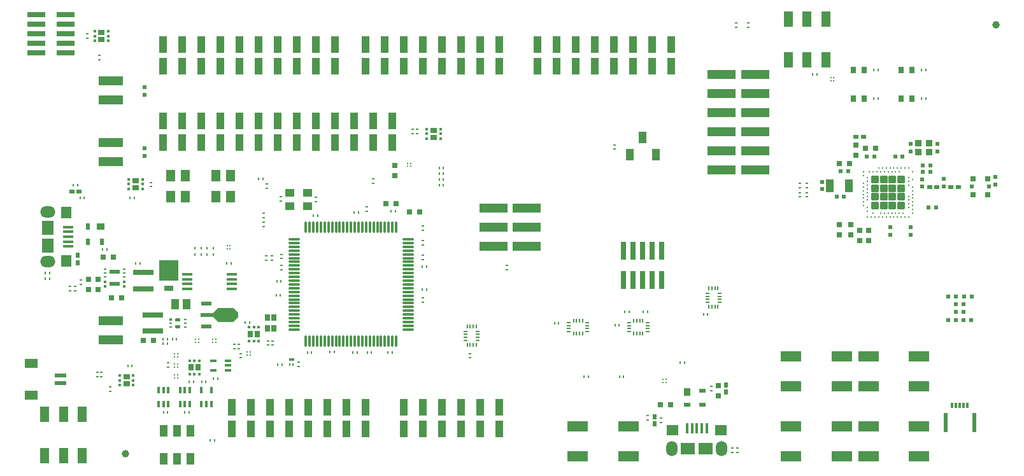
<source format=gtp>
G04*
G04 #@! TF.GenerationSoftware,Altium Limited,Altium Designer,21.0.9 (235)*
G04*
G04 Layer_Color=8421504*
%FSLAX24Y24*%
%MOIN*%
G70*
G04*
G04 #@! TF.SameCoordinates,03FFB426-F04E-41D0-9F73-41BCBE92060F*
G04*
G04*
G04 #@! TF.FilePolarity,Positive*
G04*
G01*
G75*
%ADD33O,0.0787X0.0591*%
G04:AMPARAMS|DCode=34|XSize=37mil|YSize=37mil|CornerRadius=2.8mil|HoleSize=0mil|Usage=FLASHONLY|Rotation=180.000|XOffset=0mil|YOffset=0mil|HoleType=Round|Shape=RoundedRectangle|*
%AMROUNDEDRECTD34*
21,1,0.0370,0.0315,0,0,180.0*
21,1,0.0315,0.0370,0,0,180.0*
1,1,0.0056,-0.0157,0.0157*
1,1,0.0056,0.0157,0.0157*
1,1,0.0056,0.0157,-0.0157*
1,1,0.0056,-0.0157,-0.0157*
%
%ADD34ROUNDEDRECTD34*%
%ADD35O,0.0591X0.0787*%
%ADD36R,0.0551X0.0197*%
%ADD37R,0.0138X0.0098*%
%ADD38R,0.0138X0.0118*%
%ADD39R,0.0138X0.0098*%
%ADD40R,0.0138X0.0138*%
%ADD41R,0.0315X0.0118*%
%ADD42R,0.0197X0.0148*%
%ADD43R,0.0138X0.0059*%
%ADD44R,0.0108X0.0118*%
%ADD45R,0.0276X0.0157*%
%ADD46R,0.0098X0.0157*%
%ADD47R,0.1000X0.1051*%
%ADD48R,0.0500X0.0300*%
%ADD49R,0.0394X0.0630*%
%ADD50O,0.0551X0.0157*%
%ADD51C,0.0093*%
%ADD52O,0.0071X0.0240*%
%ADD53O,0.0240X0.0071*%
%ADD54R,0.1083X0.0551*%
%ADD55R,0.0106X0.0118*%
%ADD56R,0.0217X0.0236*%
%ADD57R,0.1252X0.0500*%
%ADD58R,0.0236X0.1024*%
%ADD59R,0.0118X0.0315*%
%ADD60R,0.0197X0.0256*%
%ADD61R,0.0335X0.0236*%
%ADD62R,0.0335X0.0394*%
%ADD63R,0.0315X0.0295*%
%ADD64R,0.0472X0.0630*%
%ADD65R,0.1500X0.0500*%
%ADD66R,0.0402X0.0862*%
%ADD67R,0.0472X0.0787*%
%ADD68O,0.0650X0.0118*%
%ADD69O,0.0118X0.0650*%
%ADD70R,0.0472X0.0433*%
%ADD71R,0.0236X0.0335*%
%ADD72R,0.0394X0.0335*%
%ADD73R,0.0531X0.0157*%
%ADD74R,0.0610X0.0748*%
%ADD75R,0.0551X0.0630*%
%ADD76R,0.0256X0.0335*%
%ADD77C,0.0394*%
%ADD78R,0.0299X0.0945*%
%ADD79R,0.0295X0.0315*%
%ADD80R,0.0610X0.0236*%
%ADD81R,0.0709X0.0472*%
%ADD82R,0.0280X0.0362*%
%ADD83R,0.0165X0.0177*%
%ADD84R,0.0138X0.0354*%
%ADD85R,0.0394X0.0709*%
%ADD86C,0.0118*%
%ADD87R,0.0228X0.0197*%
%ADD88R,0.0315X0.0295*%
%ADD89R,0.0197X0.0236*%
%ADD90R,0.0433X0.0551*%
%ADD91R,0.1063X0.0315*%
%ADD92R,0.0177X0.0165*%
%ADD93R,0.0362X0.0280*%
%ADD94R,0.0138X0.0059*%
%ADD95R,0.0138X0.0098*%
%ADD96R,0.0551X0.0236*%
%ADD97R,0.0669X0.0236*%
%ADD98R,0.0098X0.0142*%
%ADD99R,0.0300X0.0320*%
%ADD100R,0.0118X0.0106*%
%ADD101R,0.0236X0.0197*%
%ADD102R,0.0256X0.0197*%
%ADD103R,0.0374X0.0335*%
%ADD104R,0.0236X0.0217*%
%ADD105R,0.0354X0.0138*%
%ADD106R,0.0630X0.0551*%
%ADD107R,0.0748X0.0610*%
%ADD108R,0.0157X0.0531*%
%ADD109R,0.0945X0.0299*%
G36*
X11334Y-3982D02*
Y-4218D01*
X11078Y-4474D01*
X10291D01*
X10035Y-4218D01*
Y-3982D01*
X10291Y-3726D01*
X11078D01*
X11334Y-3982D01*
D02*
G37*
D33*
X1365Y1299D02*
D03*
Y-1299D02*
D03*
D34*
X46013Y1637D02*
D03*
X45564D02*
D03*
X45116D02*
D03*
X44667D02*
D03*
Y2086D02*
D03*
X45116D02*
D03*
X45564D02*
D03*
X46013D02*
D03*
X44667Y2534D02*
D03*
X45116D02*
D03*
X45564D02*
D03*
X46013D02*
D03*
X44667Y2983D02*
D03*
X45116D02*
D03*
X45564D02*
D03*
X46013D02*
D03*
D35*
X36626Y-11100D02*
D03*
X34027D02*
D03*
D36*
X4860Y-1845D02*
D03*
Y-2475D02*
D03*
D37*
X4360Y-2101D02*
D03*
Y-1904D02*
D03*
Y-1707D02*
D03*
X5360D02*
D03*
Y-1904D02*
D03*
Y-2101D02*
D03*
D38*
X5360Y-2613D02*
D03*
Y-2357D02*
D03*
X4360D02*
D03*
Y-2613D02*
D03*
D39*
X8544Y-4343D02*
D03*
Y-4540D02*
D03*
Y-4737D02*
D03*
X7776D02*
D03*
Y-4540D02*
D03*
D40*
Y-4323D02*
D03*
D41*
X8160Y-4717D02*
D03*
X8160Y-4363D02*
D03*
D42*
X8160Y-4742D02*
D03*
Y-4338D02*
D03*
D43*
X5360Y-1707D02*
D03*
Y-1904D02*
D03*
Y-2101D02*
D03*
X4360D02*
D03*
Y-1904D02*
D03*
Y-1707D02*
D03*
D44*
X5360Y-2357D02*
D03*
Y-2613D02*
D03*
X4360D02*
D03*
Y-2357D02*
D03*
D45*
X14110Y-6442D02*
D03*
D46*
X14021Y-6718D02*
D03*
X14199D02*
D03*
D47*
X7680Y-1764D02*
D03*
D48*
Y-2690D02*
D03*
D49*
X8809Y-11628D02*
D03*
X8120D02*
D03*
X7431D02*
D03*
Y-10172D02*
D03*
X8120D02*
D03*
X8809D02*
D03*
X33189Y4297D02*
D03*
X31811D02*
D03*
X32500Y5203D02*
D03*
D50*
X8659Y-1966D02*
D03*
Y-2222D02*
D03*
Y-2478D02*
D03*
Y-2734D02*
D03*
X10981Y-1966D02*
D03*
Y-2222D02*
D03*
Y-2478D02*
D03*
Y-2734D02*
D03*
D51*
X11779Y-6049D02*
D03*
X11937D02*
D03*
X11779Y-6206D02*
D03*
X11937D02*
D03*
X20201Y3681D02*
D03*
Y3839D02*
D03*
X20359Y3681D02*
D03*
Y3839D02*
D03*
X10741Y-629D02*
D03*
Y-471D02*
D03*
X10899Y-629D02*
D03*
Y-471D02*
D03*
X33709Y-7481D02*
D03*
Y-7639D02*
D03*
X33551Y-7481D02*
D03*
Y-7639D02*
D03*
X9259Y-5539D02*
D03*
X9101D02*
D03*
X9259Y-5381D02*
D03*
X9101D02*
D03*
X10149Y-5539D02*
D03*
X9991D02*
D03*
X10149Y-5381D02*
D03*
X9991D02*
D03*
X7991Y-7241D02*
D03*
X8149D02*
D03*
X7991Y-7399D02*
D03*
X8149D02*
D03*
X7991Y-6686D02*
D03*
X8149D02*
D03*
X7991Y-6844D02*
D03*
X8149D02*
D03*
X7991Y-6131D02*
D03*
X8149D02*
D03*
X7991Y-6289D02*
D03*
X8149D02*
D03*
X42497Y8160D02*
D03*
X42340D02*
D03*
X42497Y8317D02*
D03*
X42340D02*
D03*
D52*
X28874Y-5065D02*
D03*
X29031D02*
D03*
X29189D02*
D03*
X29346D02*
D03*
Y-4415D02*
D03*
X29189D02*
D03*
X29031D02*
D03*
X28874D02*
D03*
X36436Y-2718D02*
D03*
X36279D02*
D03*
X36121D02*
D03*
X35964D02*
D03*
Y-3682D02*
D03*
X36121D02*
D03*
X36279D02*
D03*
X36436D02*
D03*
X32024Y-4415D02*
D03*
X32181D02*
D03*
X32339D02*
D03*
X32496D02*
D03*
Y-5065D02*
D03*
X32339D02*
D03*
X32181D02*
D03*
X32024D02*
D03*
X23776Y-5672D02*
D03*
X23619D02*
D03*
X23461D02*
D03*
X23304D02*
D03*
Y-4708D02*
D03*
X23461D02*
D03*
X23619D02*
D03*
X23776D02*
D03*
D53*
X29592Y-4976D02*
D03*
Y-4819D02*
D03*
Y-4661D02*
D03*
Y-4504D02*
D03*
X28628D02*
D03*
Y-4661D02*
D03*
Y-4819D02*
D03*
Y-4976D02*
D03*
X36525Y-3436D02*
D03*
Y-3279D02*
D03*
Y-3121D02*
D03*
Y-2964D02*
D03*
X35875D02*
D03*
Y-3121D02*
D03*
Y-3279D02*
D03*
Y-3436D02*
D03*
X31778Y-4976D02*
D03*
Y-4819D02*
D03*
Y-4661D02*
D03*
Y-4504D02*
D03*
X32742D02*
D03*
Y-4661D02*
D03*
Y-4819D02*
D03*
Y-4976D02*
D03*
X23215Y-5426D02*
D03*
Y-5269D02*
D03*
Y-5111D02*
D03*
Y-4954D02*
D03*
X23865D02*
D03*
Y-5111D02*
D03*
Y-5269D02*
D03*
Y-5426D02*
D03*
D54*
X29101Y-9940D02*
D03*
Y-11515D02*
D03*
X31759Y-9940D02*
D03*
Y-11515D02*
D03*
X46964Y-11515D02*
D03*
Y-9940D02*
D03*
X44307Y-11515D02*
D03*
Y-9940D02*
D03*
X42924Y-11515D02*
D03*
Y-9940D02*
D03*
X40267Y-11515D02*
D03*
Y-9940D02*
D03*
X44307Y-6268D02*
D03*
Y-7843D02*
D03*
X46964Y-6268D02*
D03*
Y-7843D02*
D03*
X40267Y-6268D02*
D03*
Y-7843D02*
D03*
X42924Y-6268D02*
D03*
Y-7843D02*
D03*
D55*
X31278Y-7350D02*
D03*
X31502D02*
D03*
X8752Y-9190D02*
D03*
X8528D02*
D03*
X11679Y-4508D02*
D03*
X11904D02*
D03*
X10028Y-7430D02*
D03*
X10252D02*
D03*
X9408Y-7610D02*
D03*
X9632D02*
D03*
X7408Y-9190D02*
D03*
X7632D02*
D03*
X7398Y-5600D02*
D03*
X7622D02*
D03*
X10952Y-1400D02*
D03*
X10728D02*
D03*
X5958D02*
D03*
X6182D02*
D03*
X2684Y2697D02*
D03*
X2908D02*
D03*
X1216Y-2190D02*
D03*
X1441D02*
D03*
X4234Y-660D02*
D03*
X4458D02*
D03*
X3262Y2020D02*
D03*
X3038D02*
D03*
X35902Y-4070D02*
D03*
X35678D02*
D03*
X31262Y-4640D02*
D03*
X31038D02*
D03*
X28102Y-4550D02*
D03*
X27878D02*
D03*
X20958Y-2760D02*
D03*
X21182D02*
D03*
X19548Y1330D02*
D03*
X19324D02*
D03*
X19148Y-6070D02*
D03*
X19372D02*
D03*
X17608Y1250D02*
D03*
X17384D02*
D03*
X16352Y-6050D02*
D03*
X16128D02*
D03*
X15488Y1080D02*
D03*
X15264D02*
D03*
X14944Y-6060D02*
D03*
X15168D02*
D03*
X13304Y-3080D02*
D03*
X13528D02*
D03*
X13568Y-2350D02*
D03*
X13344D02*
D03*
X12388Y3020D02*
D03*
X12612D02*
D03*
X34672Y-6610D02*
D03*
X34448D02*
D03*
X31772Y-3940D02*
D03*
X31548D02*
D03*
X32528D02*
D03*
X32752D02*
D03*
X22062Y3600D02*
D03*
X21838D02*
D03*
Y3300D02*
D03*
X22062D02*
D03*
X21838Y3000D02*
D03*
X22062D02*
D03*
X21838Y2700D02*
D03*
X22062D02*
D03*
X13398Y-6690D02*
D03*
X13622D02*
D03*
X10092Y-10680D02*
D03*
X9868D02*
D03*
X5762Y-6770D02*
D03*
X5538D02*
D03*
X7878Y-5380D02*
D03*
X8102D02*
D03*
X7388Y-5380D02*
D03*
X7612D02*
D03*
X1216Y-1910D02*
D03*
X1441D02*
D03*
X47311Y7227D02*
D03*
X47086D02*
D03*
X44821D02*
D03*
X44596D02*
D03*
X29428Y-7350D02*
D03*
X29652D02*
D03*
X47311Y8727D02*
D03*
X47086D02*
D03*
X44821D02*
D03*
X44596D02*
D03*
X5872Y2040D02*
D03*
X5648D02*
D03*
X20958Y-1580D02*
D03*
X21182D02*
D03*
X18302Y-6060D02*
D03*
X18078D02*
D03*
X17318D02*
D03*
X17542D02*
D03*
X41398Y8490D02*
D03*
X41622D02*
D03*
X8972Y-7610D02*
D03*
X8748D02*
D03*
D56*
X48900Y-3553D02*
D03*
Y-3947D02*
D03*
X6430Y7827D02*
D03*
Y7433D02*
D03*
Y4242D02*
D03*
Y4636D02*
D03*
X49290Y-3947D02*
D03*
Y-3553D02*
D03*
D57*
X4650Y3929D02*
D03*
Y4929D02*
D03*
Y-5410D02*
D03*
Y-4410D02*
D03*
Y7157D02*
D03*
Y8157D02*
D03*
D58*
X49842Y-9733D02*
D03*
X48346D02*
D03*
D59*
X49290Y-8827D02*
D03*
X49094D02*
D03*
X48897D02*
D03*
X48700D02*
D03*
X49487D02*
D03*
D60*
X2936Y-983D02*
D03*
Y-1357D02*
D03*
X33113Y-9797D02*
D03*
Y-9423D02*
D03*
X36856Y-7763D02*
D03*
Y-8137D02*
D03*
D61*
X35611Y-8055D02*
D03*
Y-8803D02*
D03*
X34804D02*
D03*
D62*
Y-8134D02*
D03*
D63*
X36466Y-7794D02*
D03*
Y-8325D02*
D03*
X43667Y4800D02*
D03*
Y4269D02*
D03*
X42790Y95D02*
D03*
Y627D02*
D03*
X43381D02*
D03*
Y95D02*
D03*
X19530Y3194D02*
D03*
Y3726D02*
D03*
X3500Y-2776D02*
D03*
Y-2244D02*
D03*
X3970Y-2776D02*
D03*
Y-2244D02*
D03*
X44307Y-190D02*
D03*
Y341D02*
D03*
X43844Y-190D02*
D03*
Y341D02*
D03*
D64*
X10925Y3211D02*
D03*
X10137D02*
D03*
X8563D02*
D03*
X10925Y2109D02*
D03*
X10137D02*
D03*
X7775D02*
D03*
X8563D02*
D03*
X7775Y3211D02*
D03*
D65*
X38375Y3500D02*
D03*
X36625D02*
D03*
X38375Y4500D02*
D03*
X36625D02*
D03*
X38375Y5500D02*
D03*
X36625D02*
D03*
X38375Y6500D02*
D03*
X36625D02*
D03*
X38375Y7500D02*
D03*
X36625D02*
D03*
X38375Y8500D02*
D03*
X36625D02*
D03*
X26425Y-500D02*
D03*
X24675D02*
D03*
X26425Y500D02*
D03*
X24675D02*
D03*
X26425Y1500D02*
D03*
X24675D02*
D03*
D66*
X32000Y10077D02*
D03*
X28000D02*
D03*
X32000Y8923D02*
D03*
X28000D02*
D03*
X33000Y10077D02*
D03*
X34000D02*
D03*
X29000D02*
D03*
X30000D02*
D03*
X27000D02*
D03*
X33000Y8923D02*
D03*
X34000D02*
D03*
X29000Y8923D02*
D03*
X30000Y8923D02*
D03*
X27000D02*
D03*
X31000Y10077D02*
D03*
Y8923D02*
D03*
X14400Y10077D02*
D03*
X10400D02*
D03*
X14400Y8923D02*
D03*
X10400Y8923D02*
D03*
X16400Y10077D02*
D03*
X15400D02*
D03*
X12400D02*
D03*
X11400D02*
D03*
X9400D02*
D03*
X8400D02*
D03*
X16400Y8923D02*
D03*
X15400D02*
D03*
X12400D02*
D03*
X11400D02*
D03*
X9400D02*
D03*
X8400Y8923D02*
D03*
X13400Y10077D02*
D03*
X7400D02*
D03*
X13400Y8923D02*
D03*
X7400D02*
D03*
X13000Y-10077D02*
D03*
X17000D02*
D03*
X13000Y-8923D02*
D03*
X17000D02*
D03*
X12000Y-10077D02*
D03*
X11000D02*
D03*
X16000D02*
D03*
X15000D02*
D03*
X18000D02*
D03*
X12000Y-8923D02*
D03*
X11000D02*
D03*
X16000Y-8923D02*
D03*
X15000Y-8923D02*
D03*
X18000D02*
D03*
X14000Y-10077D02*
D03*
Y-8923D02*
D03*
X22000Y-10077D02*
D03*
Y-8923D02*
D03*
X20000Y-10077D02*
D03*
X21000D02*
D03*
X24000D02*
D03*
X25000D02*
D03*
X20000Y-8923D02*
D03*
X21000D02*
D03*
X24000D02*
D03*
X25000D02*
D03*
X23000Y-10077D02*
D03*
X23000Y-8923D02*
D03*
X15400Y6077D02*
D03*
Y4923D02*
D03*
X16400Y6077D02*
D03*
Y4923D02*
D03*
X7400D02*
D03*
Y6077D02*
D03*
X11400D02*
D03*
Y4923D02*
D03*
X12400Y6077D02*
D03*
Y4923D02*
D03*
X10400Y6077D02*
D03*
Y4923D02*
D03*
X9400Y6077D02*
D03*
Y4923D02*
D03*
X8400D02*
D03*
Y6077D02*
D03*
X14400Y4923D02*
D03*
Y6077D02*
D03*
X13400Y4923D02*
D03*
Y6077D02*
D03*
X17400Y4923D02*
D03*
Y6077D02*
D03*
X18400Y4923D02*
D03*
Y6077D02*
D03*
X19400Y4923D02*
D03*
Y6077D02*
D03*
X22000Y8923D02*
D03*
Y10077D02*
D03*
X18000Y8923D02*
D03*
X21000D02*
D03*
X20000Y8923D02*
D03*
X25000Y8923D02*
D03*
X24000D02*
D03*
X18000Y10077D02*
D03*
X21000D02*
D03*
X20000D02*
D03*
X25000D02*
D03*
X24000D02*
D03*
X19000Y8923D02*
D03*
X23000D02*
D03*
X19000Y10077D02*
D03*
X23000D02*
D03*
D67*
X3160Y-9307D02*
D03*
X1192D02*
D03*
X2176D02*
D03*
Y-11473D02*
D03*
X1192D02*
D03*
X3160D02*
D03*
X40106Y9247D02*
D03*
X42074D02*
D03*
X41090D02*
D03*
Y11413D02*
D03*
X42074D02*
D03*
X40106D02*
D03*
D68*
X14244Y-4862D02*
D03*
Y-4665D02*
D03*
Y-4469D02*
D03*
Y-4272D02*
D03*
Y-4075D02*
D03*
Y-3878D02*
D03*
Y-3681D02*
D03*
Y-3484D02*
D03*
Y-3287D02*
D03*
Y-3091D02*
D03*
Y-2894D02*
D03*
Y-2697D02*
D03*
Y-2500D02*
D03*
Y-2303D02*
D03*
Y-2106D02*
D03*
Y-1909D02*
D03*
Y-1713D02*
D03*
Y-1516D02*
D03*
Y-1319D02*
D03*
Y-1122D02*
D03*
Y-925D02*
D03*
Y-728D02*
D03*
Y-531D02*
D03*
Y-335D02*
D03*
Y-138D02*
D03*
X20208D02*
D03*
Y-335D02*
D03*
Y-531D02*
D03*
Y-728D02*
D03*
Y-925D02*
D03*
Y-1122D02*
D03*
Y-1319D02*
D03*
Y-1516D02*
D03*
Y-1713D02*
D03*
Y-1909D02*
D03*
Y-2106D02*
D03*
Y-2303D02*
D03*
Y-2500D02*
D03*
Y-2697D02*
D03*
Y-2894D02*
D03*
Y-3091D02*
D03*
Y-3287D02*
D03*
Y-3484D02*
D03*
Y-3681D02*
D03*
Y-3878D02*
D03*
Y-4075D02*
D03*
Y-4272D02*
D03*
Y-4469D02*
D03*
Y-4665D02*
D03*
Y-4862D02*
D03*
D69*
X14864Y482D02*
D03*
X15061D02*
D03*
X15258D02*
D03*
X15454D02*
D03*
X15651D02*
D03*
X15848D02*
D03*
X16045D02*
D03*
X16242D02*
D03*
X16439D02*
D03*
X16636D02*
D03*
X16832D02*
D03*
X17029D02*
D03*
X17226D02*
D03*
X17423D02*
D03*
X17620D02*
D03*
X17817D02*
D03*
X18013D02*
D03*
X18210D02*
D03*
X18407D02*
D03*
X18604D02*
D03*
X18801D02*
D03*
X18998D02*
D03*
X19195D02*
D03*
X19391D02*
D03*
X19588D02*
D03*
Y-5482D02*
D03*
X19391D02*
D03*
X19195D02*
D03*
X18998D02*
D03*
X18801D02*
D03*
X18604D02*
D03*
X18407D02*
D03*
X18210D02*
D03*
X18013D02*
D03*
X17817D02*
D03*
X17620D02*
D03*
X17423D02*
D03*
X17226D02*
D03*
X17029D02*
D03*
X16832D02*
D03*
X16636D02*
D03*
X16439D02*
D03*
X16242D02*
D03*
X16045D02*
D03*
X15848D02*
D03*
X15651D02*
D03*
X15454D02*
D03*
X15258D02*
D03*
X15061D02*
D03*
X14864D02*
D03*
D70*
X14006Y2311D02*
D03*
Y1609D02*
D03*
X14946Y2311D02*
D03*
Y1609D02*
D03*
D71*
X4200Y-274D02*
D03*
X3452D02*
D03*
Y534D02*
D03*
D72*
X4121D02*
D03*
D73*
X2418Y-0D02*
D03*
Y256D02*
D03*
Y512D02*
D03*
Y-256D02*
D03*
Y-512D02*
D03*
D74*
X1365Y472D02*
D03*
Y-472D02*
D03*
D75*
X2330Y-1260D02*
D03*
Y1260D02*
D03*
D76*
X13183Y-4225D02*
D03*
Y-4795D02*
D03*
X12849D02*
D03*
Y-4225D02*
D03*
D77*
X50973Y11100D02*
D03*
X5411Y-11380D02*
D03*
D78*
X33500Y-732D02*
D03*
X33000D02*
D03*
X33500Y-2268D02*
D03*
X33000D02*
D03*
X32500Y-732D02*
D03*
X32000D02*
D03*
X31500D02*
D03*
X32500Y-2268D02*
D03*
X32000D02*
D03*
X31500D02*
D03*
D79*
X4792Y-1060D02*
D03*
X4260D02*
D03*
X44681Y4619D02*
D03*
X44149D02*
D03*
X33434Y-8800D02*
D03*
X33966D02*
D03*
X6886Y-5430D02*
D03*
X6354D02*
D03*
X5226Y-3220D02*
D03*
X4694D02*
D03*
X20284Y1310D02*
D03*
X20816D02*
D03*
X19592Y1730D02*
D03*
X19060D02*
D03*
X42791Y3817D02*
D03*
X43322D02*
D03*
D80*
X2010Y-7273D02*
D03*
Y-7667D02*
D03*
D81*
X484Y-6643D02*
D03*
Y-8297D02*
D03*
D82*
X11959Y-5108D02*
D03*
X12333D02*
D03*
X9223Y-6848D02*
D03*
X8849D02*
D03*
D83*
X12402Y-5465D02*
D03*
X12146Y-5465D02*
D03*
X11890D02*
D03*
Y-4752D02*
D03*
X12146D02*
D03*
X12402D02*
D03*
X9292Y-6492D02*
D03*
X9036D02*
D03*
X8780D02*
D03*
Y-7204D02*
D03*
X9036D02*
D03*
X9292D02*
D03*
D84*
X9394Y-8774D02*
D03*
X9650D02*
D03*
X9906D02*
D03*
Y-8026D02*
D03*
X9394D02*
D03*
X8786Y-8026D02*
D03*
X8530D02*
D03*
X8274D02*
D03*
Y-8774D02*
D03*
X8530D02*
D03*
X8786D02*
D03*
X7666D02*
D03*
X7410D02*
D03*
X7154D02*
D03*
Y-8026D02*
D03*
X7410D02*
D03*
X7666D02*
D03*
D85*
X43276Y2667D02*
D03*
X42292D02*
D03*
D86*
X46423Y1030D02*
D03*
X46226D02*
D03*
X46029D02*
D03*
X45832D02*
D03*
X45635D02*
D03*
X45438D02*
D03*
X45242D02*
D03*
X45045D02*
D03*
X44848D02*
D03*
X44651D02*
D03*
X44454D02*
D03*
X44257D02*
D03*
X46620Y1227D02*
D03*
X46127D02*
D03*
X45931D02*
D03*
X45734D02*
D03*
X45537D02*
D03*
X45340D02*
D03*
X45143D02*
D03*
X44946D02*
D03*
X44553D02*
D03*
X44257Y1326D02*
D03*
X46620Y1424D02*
D03*
X46423Y1523D02*
D03*
X44257D02*
D03*
X46620Y1621D02*
D03*
X44060D02*
D03*
X46423Y1719D02*
D03*
X46620Y1818D02*
D03*
X44060D02*
D03*
X46423Y1916D02*
D03*
X44257D02*
D03*
X46620Y2015D02*
D03*
X44060D02*
D03*
X46423Y2113D02*
D03*
X44257D02*
D03*
X46620Y2212D02*
D03*
X44060D02*
D03*
X44257Y2310D02*
D03*
X46620Y2408D02*
D03*
X44060D02*
D03*
X44257Y2507D02*
D03*
X46620Y2605D02*
D03*
X44060D02*
D03*
X46423Y2704D02*
D03*
X44257D02*
D03*
X44060Y2802D02*
D03*
X46423Y2901D02*
D03*
X44257D02*
D03*
X46620Y2999D02*
D03*
X44257Y3097D02*
D03*
X44060Y3196D02*
D03*
X46423Y3097D02*
D03*
X46620Y3393D02*
D03*
X45931D02*
D03*
X45734D02*
D03*
X45537D02*
D03*
X45340D02*
D03*
X45143D02*
D03*
X44946D02*
D03*
X44749D02*
D03*
X44553D02*
D03*
X44356D02*
D03*
X44060D02*
D03*
X46423Y3590D02*
D03*
X46029D02*
D03*
X45832D02*
D03*
X45635D02*
D03*
X45438D02*
D03*
X45242D02*
D03*
X45045D02*
D03*
X44848D02*
D03*
X46226D02*
D03*
D87*
X50623Y2615D02*
D03*
X49710D02*
D03*
D88*
X50541Y2211D02*
D03*
Y3018D02*
D03*
X49793D02*
D03*
Y2211D02*
D03*
D89*
X50937Y3131D02*
D03*
Y2738D02*
D03*
X48256Y2633D02*
D03*
Y3027D02*
D03*
X47132Y2615D02*
D03*
Y3009D02*
D03*
X46514Y4474D02*
D03*
Y4867D02*
D03*
X47914Y4474D02*
D03*
Y4867D02*
D03*
X41884Y2874D02*
D03*
Y2480D02*
D03*
X46531Y489D02*
D03*
Y95D02*
D03*
X45468Y489D02*
D03*
Y95D02*
D03*
D90*
X8605Y-3530D02*
D03*
X8015D02*
D03*
D91*
X6850Y-4087D02*
D03*
Y-4953D02*
D03*
X6340Y-2723D02*
D03*
Y-1857D02*
D03*
D92*
X5124Y-7274D02*
D03*
Y-7530D02*
D03*
Y-7786D02*
D03*
X5836D02*
D03*
Y-7530D02*
D03*
Y-7274D02*
D03*
X21197Y5124D02*
D03*
Y5380D02*
D03*
Y5636D02*
D03*
X21910D02*
D03*
Y5380D02*
D03*
Y5124D02*
D03*
X3804Y10254D02*
D03*
Y10510D02*
D03*
Y10766D02*
D03*
X4516D02*
D03*
Y10510D02*
D03*
Y10254D02*
D03*
X6306Y3006D02*
D03*
Y2750D02*
D03*
Y2494D02*
D03*
X5594D02*
D03*
Y2750D02*
D03*
Y3006D02*
D03*
D93*
X5480Y-7343D02*
D03*
Y-7717D02*
D03*
X21553Y5567D02*
D03*
Y5193D02*
D03*
X4160Y10697D02*
D03*
Y10323D02*
D03*
X5950Y2563D02*
D03*
Y2937D02*
D03*
D94*
X8544Y-4343D02*
D03*
Y-4540D02*
D03*
Y-4737D02*
D03*
X7776D02*
D03*
Y-4540D02*
D03*
D95*
Y-4323D02*
D03*
D96*
X9641Y-4691D02*
D03*
Y-3509D02*
D03*
D97*
X9700Y-4100D02*
D03*
D98*
X10010Y-616D02*
D03*
Y-947D02*
D03*
X9690D02*
D03*
Y-616D02*
D03*
X9050Y-947D02*
D03*
Y-616D02*
D03*
X9370Y-947D02*
D03*
Y-616D02*
D03*
D99*
X46033Y7227D02*
D03*
X46583D02*
D03*
X44083D02*
D03*
X43533D02*
D03*
X46583Y8727D02*
D03*
X46033D02*
D03*
X44083D02*
D03*
X43533D02*
D03*
D100*
X40710Y2578D02*
D03*
Y2802D02*
D03*
X38010Y11202D02*
D03*
Y10978D02*
D03*
X18400Y3035D02*
D03*
Y2811D02*
D03*
X11368Y-5646D02*
D03*
Y-5870D02*
D03*
X11122Y-5646D02*
D03*
Y-5870D02*
D03*
X41070Y2578D02*
D03*
Y2802D02*
D03*
X33463Y-9497D02*
D03*
Y-9722D02*
D03*
X2520Y-2822D02*
D03*
Y-2598D02*
D03*
X32765Y-9363D02*
D03*
Y-9587D02*
D03*
X37443Y-11067D02*
D03*
Y-11291D02*
D03*
X36076Y-8072D02*
D03*
Y-7847D02*
D03*
X23460Y-6128D02*
D03*
Y-6352D02*
D03*
X21000Y-432D02*
D03*
Y-208D02*
D03*
Y-1202D02*
D03*
Y-978D02*
D03*
Y-3442D02*
D03*
Y-3218D02*
D03*
X18056Y1328D02*
D03*
Y1552D02*
D03*
X15386Y1828D02*
D03*
Y2052D02*
D03*
X13566Y2082D02*
D03*
Y1858D02*
D03*
X13596Y-928D02*
D03*
Y-1152D02*
D03*
X12796Y-998D02*
D03*
Y-1222D02*
D03*
X13596Y-1508D02*
D03*
Y-1732D02*
D03*
X20460Y5632D02*
D03*
Y5408D02*
D03*
X20683Y5632D02*
D03*
Y5408D02*
D03*
X40710Y2312D02*
D03*
Y2088D02*
D03*
X41070Y2312D02*
D03*
Y2088D02*
D03*
X14500Y-6578D02*
D03*
Y-6802D02*
D03*
X4630Y-7868D02*
D03*
Y-8092D02*
D03*
X12830Y2752D02*
D03*
Y2528D02*
D03*
X11457Y-6128D02*
D03*
Y-6352D02*
D03*
X3939Y-7118D02*
D03*
Y-7342D02*
D03*
X4149D02*
D03*
Y-7118D02*
D03*
X3090Y-2502D02*
D03*
Y-2278D02*
D03*
X2800Y-2832D02*
D03*
Y-2608D02*
D03*
X25400Y-1742D02*
D03*
Y-1518D02*
D03*
X21000Y338D02*
D03*
Y562D02*
D03*
X37173Y-11067D02*
D03*
Y-11291D02*
D03*
X12660Y769D02*
D03*
Y545D02*
D03*
X12660Y1007D02*
D03*
Y1232D02*
D03*
X6740Y2842D02*
D03*
Y2618D02*
D03*
X4050Y9502D02*
D03*
Y9278D02*
D03*
X37400Y10978D02*
D03*
Y11202D02*
D03*
X13076Y-998D02*
D03*
Y-1222D02*
D03*
X3410Y10398D02*
D03*
Y10622D02*
D03*
X13133Y-5682D02*
D03*
Y-5458D02*
D03*
X12899Y-5682D02*
D03*
Y-5458D02*
D03*
X31020Y4812D02*
D03*
Y4588D02*
D03*
X7650Y-6822D02*
D03*
Y-6598D02*
D03*
D101*
X47151Y3383D02*
D03*
X47545D02*
D03*
X44213Y4210D02*
D03*
X44607D02*
D03*
X47860Y1523D02*
D03*
X47466D02*
D03*
X47545Y3737D02*
D03*
X47151D02*
D03*
X45704Y4210D02*
D03*
X46098D02*
D03*
X49697Y-4363D02*
D03*
X49303D02*
D03*
X48877D02*
D03*
X48483D02*
D03*
X42637Y2087D02*
D03*
X43031D02*
D03*
X43238Y3427D02*
D03*
X42844D02*
D03*
D102*
X48633Y2612D02*
D03*
X49007D02*
D03*
X47505Y2612D02*
D03*
X47879Y2612D02*
D03*
X43667Y5214D02*
D03*
X44041D02*
D03*
X2612Y2356D02*
D03*
X2986D02*
D03*
D103*
X46929Y4444D02*
D03*
Y4897D02*
D03*
X47500D02*
D03*
Y4444D02*
D03*
D104*
X49705Y-3130D02*
D03*
X49312D02*
D03*
X48492D02*
D03*
X48885D02*
D03*
D105*
X10026Y-7006D02*
D03*
Y-6494D02*
D03*
X10774D02*
D03*
Y-6750D02*
D03*
Y-7006D02*
D03*
D106*
X34067Y-10135D02*
D03*
X36586D02*
D03*
D107*
X35799Y-11100D02*
D03*
X34854D02*
D03*
D108*
X35838Y-10046D02*
D03*
X35582D02*
D03*
X34815D02*
D03*
X35071D02*
D03*
X35326D02*
D03*
D109*
X762Y9640D02*
D03*
Y10640D02*
D03*
Y10140D02*
D03*
Y11140D02*
D03*
Y11640D02*
D03*
X2298Y9640D02*
D03*
Y10140D02*
D03*
Y10640D02*
D03*
Y11140D02*
D03*
Y11640D02*
D03*
M02*

</source>
